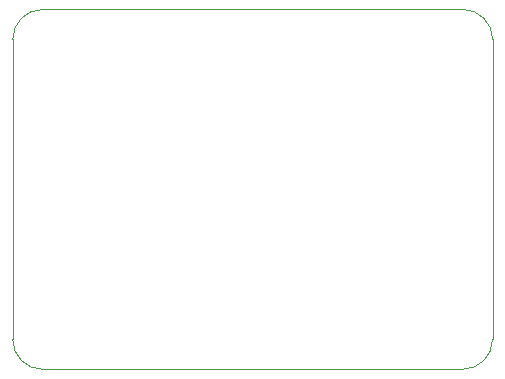
<source format=gbr>
%TF.GenerationSoftware,KiCad,Pcbnew,(6.0.0-rc2-14-ga17a58203b)*%
%TF.CreationDate,2022-06-07T22:02:49+08:00*%
%TF.ProjectId,StepDown_DCDC,53746570-446f-4776-9e5f-444344432e6b,rev?*%
%TF.SameCoordinates,Original*%
%TF.FileFunction,Profile,NP*%
%FSLAX46Y46*%
G04 Gerber Fmt 4.6, Leading zero omitted, Abs format (unit mm)*
G04 Created by KiCad (PCBNEW (6.0.0-rc2-14-ga17a58203b)) date 2022-06-07 22:02:49*
%MOMM*%
%LPD*%
G01*
G04 APERTURE LIST*
%TA.AperFunction,Profile*%
%ADD10C,0.100000*%
%TD*%
G04 APERTURE END LIST*
D10*
X55880000Y-91440000D02*
X55880000Y-66040000D01*
X96520000Y-66040000D02*
X96520000Y-91440000D01*
X93980000Y-93980000D02*
G75*
G03*
X96520000Y-91440000I-1J2540001D01*
G01*
X96520000Y-66040000D02*
G75*
G03*
X93980000Y-63500000I-2540001J-1D01*
G01*
X93980000Y-93980000D02*
X58420000Y-93980000D01*
X58420000Y-63500000D02*
X93980000Y-63500000D01*
X58419999Y-63499999D02*
G75*
G03*
X55879999Y-66039999I1J-2540001D01*
G01*
X55880000Y-91440000D02*
G75*
G03*
X58420000Y-93980000I2540001J1D01*
G01*
M02*

</source>
